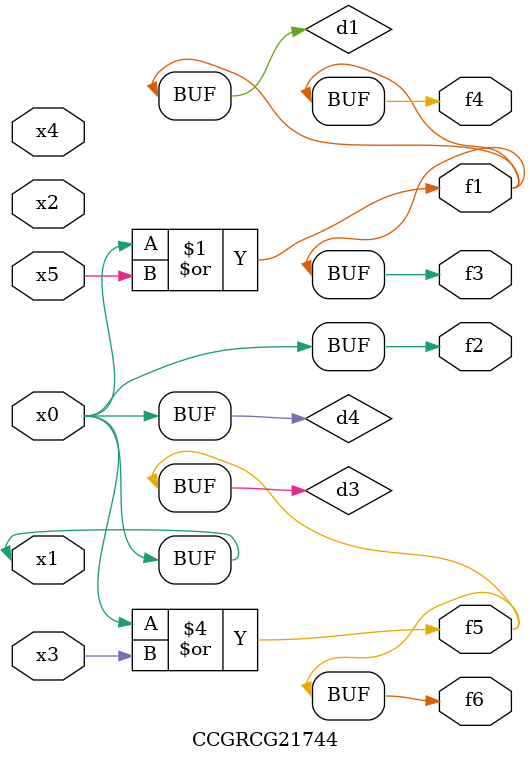
<source format=v>
module CCGRCG21744(
	input x0, x1, x2, x3, x4, x5,
	output f1, f2, f3, f4, f5, f6
);

	wire d1, d2, d3, d4;

	or (d1, x0, x5);
	xnor (d2, x1, x4);
	or (d3, x0, x3);
	buf (d4, x0, x1);
	assign f1 = d1;
	assign f2 = d4;
	assign f3 = d1;
	assign f4 = d1;
	assign f5 = d3;
	assign f6 = d3;
endmodule

</source>
